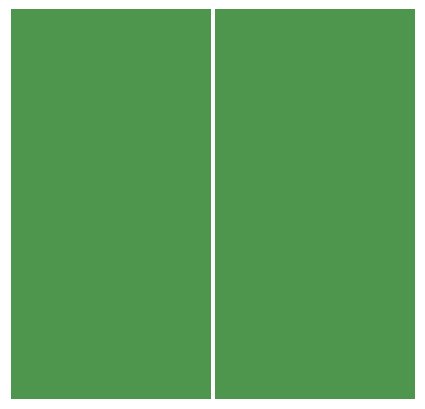
<source format=gbr>
%TF.GenerationSoftware,KiCad,Pcbnew,5.1.6-c6e7f7d~87~ubuntu20.04.1*%
%TF.CreationDate,2021-01-17T18:02:22+02:00*%
%TF.ProjectId,LED_Mount,4c45445f-4d6f-4756-9e74-2e6b69636164,rev?*%
%TF.SameCoordinates,Original*%
%TF.FileFunction,Copper,L2,Bot*%
%TF.FilePolarity,Positive*%
%FSLAX46Y46*%
G04 Gerber Fmt 4.6, Leading zero omitted, Abs format (unit mm)*
G04 Created by KiCad (PCBNEW 5.1.6-c6e7f7d~87~ubuntu20.04.1) date 2021-01-17 18:02:22*
%MOMM*%
%LPD*%
G01*
G04 APERTURE LIST*
%TA.AperFunction,SMDPad,CuDef*%
%ADD10R,17.000000X33.000000*%
%TD*%
%TA.AperFunction,ViaPad*%
%ADD11C,0.500000*%
%TD*%
G04 APERTURE END LIST*
D10*
%TO.P,D2,2*%
%TO.N,Anode*%
X126100000Y-67400000D03*
%TO.P,D2,1*%
%TO.N,Cathode*%
X108800000Y-67400000D03*
%TD*%
D11*
%TO.N,Cathode*%
X100700000Y-51300000D03*
X101400000Y-51300000D03*
X102100000Y-51300000D03*
X102800000Y-51300000D03*
X103500000Y-51300000D03*
X104200000Y-51300000D03*
X104900000Y-51300000D03*
X105600000Y-51300000D03*
X106300000Y-51300000D03*
X107000000Y-51300000D03*
X107700000Y-51300000D03*
X108400000Y-51300000D03*
X109100000Y-51300000D03*
X109800000Y-51300000D03*
X110500000Y-51300000D03*
X111200000Y-51300000D03*
X111900000Y-51300000D03*
X112600000Y-51300000D03*
X113300000Y-51300000D03*
X114000000Y-51300000D03*
X114700000Y-51300000D03*
X115400000Y-51300000D03*
X116100000Y-51300000D03*
X116800000Y-51300000D03*
%TO.N,Anode*%
X118200000Y-51300000D03*
X118900000Y-51300000D03*
X119600000Y-51300000D03*
X120300000Y-51300000D03*
X121000000Y-51300000D03*
X121700000Y-51300000D03*
X122400000Y-51300000D03*
X123100000Y-51300000D03*
X123800000Y-51300000D03*
X124500000Y-51300000D03*
X125200000Y-51300000D03*
X125900000Y-51300000D03*
X126600000Y-51300000D03*
X127300000Y-51300000D03*
X128000000Y-51300000D03*
X128700000Y-51300000D03*
X129400000Y-51300000D03*
X130100000Y-51300000D03*
X130800000Y-51300000D03*
X131500000Y-51300000D03*
X132200000Y-51300000D03*
X132900000Y-51300000D03*
X133600000Y-51300000D03*
X134300000Y-51300000D03*
%TO.N,Cathode*%
X100700000Y-52000000D03*
X101400000Y-52000000D03*
X102100000Y-52000000D03*
X102800000Y-52000000D03*
X103500000Y-52000000D03*
X104200000Y-52000000D03*
X104900000Y-52000000D03*
X105600000Y-52000000D03*
X106300000Y-52000000D03*
X107000000Y-52000000D03*
X107700000Y-52000000D03*
X108400000Y-52000000D03*
X109100000Y-52000000D03*
X109800000Y-52000000D03*
X110500000Y-52000000D03*
X111200000Y-52000000D03*
X111900000Y-52000000D03*
X112600000Y-52000000D03*
X113300000Y-52000000D03*
X114000000Y-52000000D03*
X114700000Y-52000000D03*
X115400000Y-52000000D03*
X116100000Y-52000000D03*
X116800000Y-52000000D03*
%TO.N,Anode*%
X118200000Y-52000000D03*
X118900000Y-52000000D03*
X119600000Y-52000000D03*
X120300000Y-52000000D03*
X121000000Y-52000000D03*
X121700000Y-52000000D03*
X122400000Y-52000000D03*
X123100000Y-52000000D03*
X123800000Y-52000000D03*
X124500000Y-52000000D03*
X125200000Y-52000000D03*
X125900000Y-52000000D03*
X126600000Y-52000000D03*
X127300000Y-52000000D03*
X128000000Y-52000000D03*
X128700000Y-52000000D03*
X129400000Y-52000000D03*
X130100000Y-52000000D03*
X130800000Y-52000000D03*
X131500000Y-52000000D03*
X132200000Y-52000000D03*
X132900000Y-52000000D03*
X133600000Y-52000000D03*
X134300000Y-52000000D03*
%TO.N,Cathode*%
X100700000Y-52700000D03*
X101400000Y-52700000D03*
X102100000Y-52700000D03*
X102800000Y-52700000D03*
X103500000Y-52700000D03*
X104200000Y-52700000D03*
X104900000Y-52700000D03*
X105600000Y-52700000D03*
X106300000Y-52700000D03*
X107000000Y-52700000D03*
X107700000Y-52700000D03*
X108400000Y-52700000D03*
X109100000Y-52700000D03*
X109800000Y-52700000D03*
X110500000Y-52700000D03*
X111200000Y-52700000D03*
X111900000Y-52700000D03*
X112600000Y-52700000D03*
X113300000Y-52700000D03*
X114000000Y-52700000D03*
X114700000Y-52700000D03*
X115400000Y-52700000D03*
X116100000Y-52700000D03*
X116800000Y-52700000D03*
%TO.N,Anode*%
X118200000Y-52700000D03*
X118900000Y-52700000D03*
X119600000Y-52700000D03*
X120300000Y-52700000D03*
X121000000Y-52700000D03*
X121700000Y-52700000D03*
X122400000Y-52700000D03*
X123100000Y-52700000D03*
X123800000Y-52700000D03*
X124500000Y-52700000D03*
X125200000Y-52700000D03*
X125900000Y-52700000D03*
X126600000Y-52700000D03*
X127300000Y-52700000D03*
X128000000Y-52700000D03*
X128700000Y-52700000D03*
X129400000Y-52700000D03*
X130100000Y-52700000D03*
X130800000Y-52700000D03*
X131500000Y-52700000D03*
X132200000Y-52700000D03*
X132900000Y-52700000D03*
X133600000Y-52700000D03*
X134300000Y-52700000D03*
%TO.N,Cathode*%
X100700000Y-53400000D03*
X101400000Y-53400000D03*
X102100000Y-53400000D03*
X102800000Y-53400000D03*
X103500000Y-53400000D03*
X104200000Y-53400000D03*
X104900000Y-53400000D03*
X105600000Y-53400000D03*
X106300000Y-53400000D03*
X107000000Y-53400000D03*
X107700000Y-53400000D03*
X108400000Y-53400000D03*
X109100000Y-53400000D03*
X109800000Y-53400000D03*
X110500000Y-53400000D03*
X111200000Y-53400000D03*
X111900000Y-53400000D03*
X112600000Y-53400000D03*
X113300000Y-53400000D03*
X114000000Y-53400000D03*
X114700000Y-53400000D03*
X115400000Y-53400000D03*
X116100000Y-53400000D03*
X116800000Y-53400000D03*
%TO.N,Anode*%
X118200000Y-53400000D03*
X118900000Y-53400000D03*
X119600000Y-53400000D03*
X120300000Y-53400000D03*
X121000000Y-53400000D03*
X121700000Y-53400000D03*
X122400000Y-53400000D03*
X123100000Y-53400000D03*
X123800000Y-53400000D03*
X124500000Y-53400000D03*
X125200000Y-53400000D03*
X125900000Y-53400000D03*
X126600000Y-53400000D03*
X127300000Y-53400000D03*
X128000000Y-53400000D03*
X128700000Y-53400000D03*
X129400000Y-53400000D03*
X130100000Y-53400000D03*
X130800000Y-53400000D03*
X131500000Y-53400000D03*
X132200000Y-53400000D03*
X132900000Y-53400000D03*
X133600000Y-53400000D03*
X134300000Y-53400000D03*
%TO.N,Cathode*%
X100700000Y-54100000D03*
X101400000Y-54100000D03*
X102100000Y-54100000D03*
X102800000Y-54100000D03*
X103500000Y-54100000D03*
X104200000Y-54100000D03*
X104900000Y-54100000D03*
X105600000Y-54100000D03*
X106300000Y-54100000D03*
X107000000Y-54100000D03*
X107700000Y-54100000D03*
X108400000Y-54100000D03*
X109100000Y-54100000D03*
X109800000Y-54100000D03*
X110500000Y-54100000D03*
X111200000Y-54100000D03*
X111900000Y-54100000D03*
X112600000Y-54100000D03*
X113300000Y-54100000D03*
X114000000Y-54100000D03*
X114700000Y-54100000D03*
X115400000Y-54100000D03*
X116100000Y-54100000D03*
X116800000Y-54100000D03*
%TO.N,Anode*%
X118200000Y-54100000D03*
X118900000Y-54100000D03*
X119600000Y-54100000D03*
X120300000Y-54100000D03*
X121000000Y-54100000D03*
X121700000Y-54100000D03*
X122400000Y-54100000D03*
X123100000Y-54100000D03*
X123800000Y-54100000D03*
X124500000Y-54100000D03*
X125200000Y-54100000D03*
X125900000Y-54100000D03*
X126600000Y-54100000D03*
X127300000Y-54100000D03*
X128000000Y-54100000D03*
X128700000Y-54100000D03*
X129400000Y-54100000D03*
X130100000Y-54100000D03*
X130800000Y-54100000D03*
X131500000Y-54100000D03*
X132200000Y-54100000D03*
X132900000Y-54100000D03*
X133600000Y-54100000D03*
X134300000Y-54100000D03*
%TO.N,Cathode*%
X100700000Y-54800000D03*
X101400000Y-54800000D03*
X102100000Y-54800000D03*
X102800000Y-54800000D03*
X103500000Y-54800000D03*
X104200000Y-54800000D03*
X104900000Y-54800000D03*
X105600000Y-54800000D03*
X106300000Y-54800000D03*
X107000000Y-54800000D03*
X107700000Y-54800000D03*
X108400000Y-54800000D03*
X109100000Y-54800000D03*
X109800000Y-54800000D03*
X110500000Y-54800000D03*
X111200000Y-54800000D03*
X111900000Y-54800000D03*
X112600000Y-54800000D03*
X113300000Y-54800000D03*
X114000000Y-54800000D03*
X114700000Y-54800000D03*
X115400000Y-54800000D03*
X116100000Y-54800000D03*
X116800000Y-54800000D03*
%TO.N,Anode*%
X118200000Y-54800000D03*
X118900000Y-54800000D03*
X119600000Y-54800000D03*
X120300000Y-54800000D03*
X121000000Y-54800000D03*
X121700000Y-54800000D03*
X122400000Y-54800000D03*
X123100000Y-54800000D03*
X123800000Y-54800000D03*
X124500000Y-54800000D03*
X125200000Y-54800000D03*
X125900000Y-54800000D03*
X126600000Y-54800000D03*
X127300000Y-54800000D03*
X128000000Y-54800000D03*
X128700000Y-54800000D03*
X129400000Y-54800000D03*
X130100000Y-54800000D03*
X130800000Y-54800000D03*
X131500000Y-54800000D03*
X132200000Y-54800000D03*
X132900000Y-54800000D03*
X133600000Y-54800000D03*
X134300000Y-54800000D03*
%TO.N,Cathode*%
X100700000Y-55500000D03*
X101400000Y-55500000D03*
X102100000Y-55500000D03*
X102800000Y-55500000D03*
X103500000Y-55500000D03*
X104200000Y-55500000D03*
X104900000Y-55500000D03*
X105600000Y-55500000D03*
X106300000Y-55500000D03*
X107000000Y-55500000D03*
X107700000Y-55500000D03*
X108400000Y-55500000D03*
X109100000Y-55500000D03*
X109800000Y-55500000D03*
X110500000Y-55500000D03*
X111200000Y-55500000D03*
X111900000Y-55500000D03*
X112600000Y-55500000D03*
X113300000Y-55500000D03*
X114000000Y-55500000D03*
X114700000Y-55500000D03*
X115400000Y-55500000D03*
X116100000Y-55500000D03*
X116800000Y-55500000D03*
%TO.N,Anode*%
X118200000Y-55500000D03*
X118900000Y-55500000D03*
X119600000Y-55500000D03*
X120300000Y-55500000D03*
X121000000Y-55500000D03*
X121700000Y-55500000D03*
X122400000Y-55500000D03*
X123100000Y-55500000D03*
X123800000Y-55500000D03*
X124500000Y-55500000D03*
X125200000Y-55500000D03*
X125900000Y-55500000D03*
X126600000Y-55500000D03*
X127300000Y-55500000D03*
X128000000Y-55500000D03*
X128700000Y-55500000D03*
X129400000Y-55500000D03*
X130100000Y-55500000D03*
X130800000Y-55500000D03*
X131500000Y-55500000D03*
X132200000Y-55500000D03*
X132900000Y-55500000D03*
X133600000Y-55500000D03*
X134300000Y-55500000D03*
%TO.N,Cathode*%
X100700000Y-56200000D03*
X101400000Y-56200000D03*
X102100000Y-56200000D03*
X102800000Y-56200000D03*
X103500000Y-56200000D03*
X104200000Y-56200000D03*
X104900000Y-56200000D03*
X105600000Y-56200000D03*
X106300000Y-56200000D03*
X107000000Y-56200000D03*
X107700000Y-56200000D03*
X108400000Y-56200000D03*
X109100000Y-56200000D03*
X109800000Y-56200000D03*
X110500000Y-56200000D03*
X111200000Y-56200000D03*
X111900000Y-56200000D03*
X112600000Y-56200000D03*
X113300000Y-56200000D03*
X114000000Y-56200000D03*
X114700000Y-56200000D03*
X115400000Y-56200000D03*
X116100000Y-56200000D03*
X116800000Y-56200000D03*
%TO.N,Anode*%
X118200000Y-56200000D03*
X118900000Y-56200000D03*
X119600000Y-56200000D03*
X120300000Y-56200000D03*
X121000000Y-56200000D03*
X121700000Y-56200000D03*
X122400000Y-56200000D03*
X123100000Y-56200000D03*
X123800000Y-56200000D03*
X124500000Y-56200000D03*
X125200000Y-56200000D03*
X125900000Y-56200000D03*
X126600000Y-56200000D03*
X127300000Y-56200000D03*
X128000000Y-56200000D03*
X128700000Y-56200000D03*
X129400000Y-56200000D03*
X130100000Y-56200000D03*
X130800000Y-56200000D03*
X131500000Y-56200000D03*
X132200000Y-56200000D03*
X132900000Y-56200000D03*
X133600000Y-56200000D03*
X134300000Y-56200000D03*
%TO.N,Cathode*%
X100700000Y-56900000D03*
X101400000Y-56900000D03*
X102100000Y-56900000D03*
X102800000Y-56900000D03*
X103500000Y-56900000D03*
X104200000Y-56900000D03*
X104900000Y-56900000D03*
X105600000Y-56900000D03*
X106300000Y-56900000D03*
X107000000Y-56900000D03*
X107700000Y-56900000D03*
X108400000Y-56900000D03*
X109100000Y-56900000D03*
X109800000Y-56900000D03*
X110500000Y-56900000D03*
X111200000Y-56900000D03*
X111900000Y-56900000D03*
X112600000Y-56900000D03*
X113300000Y-56900000D03*
X114000000Y-56900000D03*
X114700000Y-56900000D03*
X115400000Y-56900000D03*
X116100000Y-56900000D03*
X116800000Y-56900000D03*
%TO.N,Anode*%
X118200000Y-56900000D03*
X118900000Y-56900000D03*
X119600000Y-56900000D03*
X120300000Y-56900000D03*
X121000000Y-56900000D03*
X121700000Y-56900000D03*
X122400000Y-56900000D03*
X123100000Y-56900000D03*
X123800000Y-56900000D03*
X124500000Y-56900000D03*
X125200000Y-56900000D03*
X125900000Y-56900000D03*
X126600000Y-56900000D03*
X127300000Y-56900000D03*
X128000000Y-56900000D03*
X128700000Y-56900000D03*
X129400000Y-56900000D03*
X130100000Y-56900000D03*
X130800000Y-56900000D03*
X131500000Y-56900000D03*
X132200000Y-56900000D03*
X132900000Y-56900000D03*
X133600000Y-56900000D03*
X134300000Y-56900000D03*
%TO.N,Cathode*%
X100700000Y-57600000D03*
X101400000Y-57600000D03*
X102100000Y-57600000D03*
X102800000Y-57600000D03*
X103500000Y-57600000D03*
X104200000Y-57600000D03*
X104900000Y-57600000D03*
X105600000Y-57600000D03*
X106300000Y-57600000D03*
X107000000Y-57600000D03*
X107700000Y-57600000D03*
X108400000Y-57600000D03*
X109100000Y-57600000D03*
X109800000Y-57600000D03*
X110500000Y-57600000D03*
X111200000Y-57600000D03*
X111900000Y-57600000D03*
X112600000Y-57600000D03*
X113300000Y-57600000D03*
X114000000Y-57600000D03*
X114700000Y-57600000D03*
X115400000Y-57600000D03*
X116100000Y-57600000D03*
X116800000Y-57600000D03*
%TO.N,Anode*%
X118200000Y-57600000D03*
X118900000Y-57600000D03*
X119600000Y-57600000D03*
X120300000Y-57600000D03*
X121000000Y-57600000D03*
X121700000Y-57600000D03*
X122400000Y-57600000D03*
X123100000Y-57600000D03*
X123800000Y-57600000D03*
X124500000Y-57600000D03*
X125200000Y-57600000D03*
X125900000Y-57600000D03*
X126600000Y-57600000D03*
X127300000Y-57600000D03*
X128000000Y-57600000D03*
X128700000Y-57600000D03*
X129400000Y-57600000D03*
X130100000Y-57600000D03*
X130800000Y-57600000D03*
X131500000Y-57600000D03*
X132200000Y-57600000D03*
X132900000Y-57600000D03*
X133600000Y-57600000D03*
X134300000Y-57600000D03*
%TO.N,Cathode*%
X100700000Y-58300000D03*
X101400000Y-58300000D03*
X102100000Y-58300000D03*
X102800000Y-58300000D03*
X103500000Y-58300000D03*
X104200000Y-58300000D03*
X104900000Y-58300000D03*
X105600000Y-58300000D03*
X106300000Y-58300000D03*
X107000000Y-58300000D03*
X107700000Y-58300000D03*
X108400000Y-58300000D03*
X109100000Y-58300000D03*
X109800000Y-58300000D03*
X110500000Y-58300000D03*
X111200000Y-58300000D03*
X111900000Y-58300000D03*
X112600000Y-58300000D03*
X113300000Y-58300000D03*
X114000000Y-58300000D03*
X114700000Y-58300000D03*
X115400000Y-58300000D03*
X116100000Y-58300000D03*
X116800000Y-58300000D03*
%TO.N,Anode*%
X118200000Y-58300000D03*
X118900000Y-58300000D03*
X119600000Y-58300000D03*
X120300000Y-58300000D03*
X121000000Y-58300000D03*
X121700000Y-58300000D03*
X122400000Y-58300000D03*
X123100000Y-58300000D03*
X123800000Y-58300000D03*
X124500000Y-58300000D03*
X125200000Y-58300000D03*
X125900000Y-58300000D03*
X126600000Y-58300000D03*
X127300000Y-58300000D03*
X128000000Y-58300000D03*
X128700000Y-58300000D03*
X129400000Y-58300000D03*
X130100000Y-58300000D03*
X130800000Y-58300000D03*
X131500000Y-58300000D03*
X132200000Y-58300000D03*
X132900000Y-58300000D03*
X133600000Y-58300000D03*
X134300000Y-58300000D03*
%TO.N,Cathode*%
X100700000Y-59000000D03*
X101400000Y-59000000D03*
X102100000Y-59000000D03*
X102800000Y-59000000D03*
X103500000Y-59000000D03*
X104200000Y-59000000D03*
X104900000Y-59000000D03*
X105600000Y-59000000D03*
X106300000Y-59000000D03*
X107000000Y-59000000D03*
X107700000Y-59000000D03*
X108400000Y-59000000D03*
X109100000Y-59000000D03*
X109800000Y-59000000D03*
X110500000Y-59000000D03*
X111200000Y-59000000D03*
X111900000Y-59000000D03*
X112600000Y-59000000D03*
X113300000Y-59000000D03*
X114000000Y-59000000D03*
X114700000Y-59000000D03*
X115400000Y-59000000D03*
X116100000Y-59000000D03*
X116800000Y-59000000D03*
%TO.N,Anode*%
X118200000Y-59000000D03*
X118900000Y-59000000D03*
X119600000Y-59000000D03*
X120300000Y-59000000D03*
X121000000Y-59000000D03*
X121700000Y-59000000D03*
X122400000Y-59000000D03*
X123100000Y-59000000D03*
X123800000Y-59000000D03*
X124500000Y-59000000D03*
X125200000Y-59000000D03*
X125900000Y-59000000D03*
X126600000Y-59000000D03*
X127300000Y-59000000D03*
X128000000Y-59000000D03*
X128700000Y-59000000D03*
X129400000Y-59000000D03*
X130100000Y-59000000D03*
X130800000Y-59000000D03*
X131500000Y-59000000D03*
X132200000Y-59000000D03*
X132900000Y-59000000D03*
X133600000Y-59000000D03*
X134300000Y-59000000D03*
%TO.N,Cathode*%
X100700000Y-59700000D03*
X101400000Y-59700000D03*
X102100000Y-59700000D03*
X102800000Y-59700000D03*
X103500000Y-59700000D03*
X104200000Y-59700000D03*
X104900000Y-59700000D03*
X105600000Y-59700000D03*
X106300000Y-59700000D03*
X107000000Y-59700000D03*
X107700000Y-59700000D03*
X108400000Y-59700000D03*
X109100000Y-59700000D03*
X109800000Y-59700000D03*
X110500000Y-59700000D03*
X111200000Y-59700000D03*
X111900000Y-59700000D03*
X112600000Y-59700000D03*
X113300000Y-59700000D03*
X114000000Y-59700000D03*
X114700000Y-59700000D03*
X115400000Y-59700000D03*
X116100000Y-59700000D03*
X116800000Y-59700000D03*
%TO.N,Anode*%
X118200000Y-59700000D03*
X118900000Y-59700000D03*
X119600000Y-59700000D03*
X120300000Y-59700000D03*
X121000000Y-59700000D03*
X121700000Y-59700000D03*
X122400000Y-59700000D03*
X123100000Y-59700000D03*
X123800000Y-59700000D03*
X124500000Y-59700000D03*
X125200000Y-59700000D03*
X125900000Y-59700000D03*
X126600000Y-59700000D03*
X127300000Y-59700000D03*
X128000000Y-59700000D03*
X128700000Y-59700000D03*
X129400000Y-59700000D03*
X130100000Y-59700000D03*
X130800000Y-59700000D03*
X131500000Y-59700000D03*
X132200000Y-59700000D03*
X132900000Y-59700000D03*
X133600000Y-59700000D03*
X134300000Y-59700000D03*
%TO.N,Cathode*%
X100700000Y-60400000D03*
X101400000Y-60400000D03*
X102100000Y-60400000D03*
X102800000Y-60400000D03*
X103500000Y-60400000D03*
X104200000Y-60400000D03*
X104900000Y-60400000D03*
X105600000Y-60400000D03*
X106300000Y-60400000D03*
X107000000Y-60400000D03*
X107700000Y-60400000D03*
X108400000Y-60400000D03*
X109100000Y-60400000D03*
X109800000Y-60400000D03*
X110500000Y-60400000D03*
X111200000Y-60400000D03*
X111900000Y-60400000D03*
X112600000Y-60400000D03*
X113300000Y-60400000D03*
X114000000Y-60400000D03*
X114700000Y-60400000D03*
X115400000Y-60400000D03*
X116100000Y-60400000D03*
X116800000Y-60400000D03*
%TO.N,Anode*%
X118200000Y-60400000D03*
X118900000Y-60400000D03*
X119600000Y-60400000D03*
X120300000Y-60400000D03*
X121000000Y-60400000D03*
X121700000Y-60400000D03*
X122400000Y-60400000D03*
X123100000Y-60400000D03*
X123800000Y-60400000D03*
X124500000Y-60400000D03*
X125200000Y-60400000D03*
X125900000Y-60400000D03*
X126600000Y-60400000D03*
X127300000Y-60400000D03*
X128000000Y-60400000D03*
X128700000Y-60400000D03*
X129400000Y-60400000D03*
X130100000Y-60400000D03*
X130800000Y-60400000D03*
X131500000Y-60400000D03*
X132200000Y-60400000D03*
X132900000Y-60400000D03*
X133600000Y-60400000D03*
X134300000Y-60400000D03*
%TO.N,Cathode*%
X100700000Y-61100000D03*
X101400000Y-61100000D03*
X102100000Y-61100000D03*
X102800000Y-61100000D03*
X103500000Y-61100000D03*
X104200000Y-61100000D03*
X104900000Y-61100000D03*
X105600000Y-61100000D03*
X106300000Y-61100000D03*
X107000000Y-61100000D03*
X107700000Y-61100000D03*
X108400000Y-61100000D03*
X109100000Y-61100000D03*
X109800000Y-61100000D03*
X110500000Y-61100000D03*
X111200000Y-61100000D03*
X111900000Y-61100000D03*
X112600000Y-61100000D03*
X113300000Y-61100000D03*
X114000000Y-61100000D03*
X114700000Y-61100000D03*
X115400000Y-61100000D03*
X116100000Y-61100000D03*
X116800000Y-61100000D03*
%TO.N,Anode*%
X118200000Y-61100000D03*
X118900000Y-61100000D03*
X119600000Y-61100000D03*
X120300000Y-61100000D03*
X121000000Y-61100000D03*
X121700000Y-61100000D03*
X122400000Y-61100000D03*
X123100000Y-61100000D03*
X123800000Y-61100000D03*
X124500000Y-61100000D03*
X125200000Y-61100000D03*
X125900000Y-61100000D03*
X126600000Y-61100000D03*
X127300000Y-61100000D03*
X128000000Y-61100000D03*
X128700000Y-61100000D03*
X129400000Y-61100000D03*
X130100000Y-61100000D03*
X130800000Y-61100000D03*
X131500000Y-61100000D03*
X132200000Y-61100000D03*
X132900000Y-61100000D03*
X133600000Y-61100000D03*
X134300000Y-61100000D03*
%TO.N,Cathode*%
X100700000Y-61800000D03*
X101400000Y-61800000D03*
X102100000Y-61800000D03*
X102800000Y-61800000D03*
X103500000Y-61800000D03*
X104200000Y-61800000D03*
X104900000Y-61800000D03*
X105600000Y-61800000D03*
X106300000Y-61800000D03*
X107000000Y-61800000D03*
X107700000Y-61800000D03*
X108400000Y-61800000D03*
X109100000Y-61800000D03*
X109800000Y-61800000D03*
X110500000Y-61800000D03*
X111200000Y-61800000D03*
X111900000Y-61800000D03*
X112600000Y-61800000D03*
X113300000Y-61800000D03*
X114000000Y-61800000D03*
X114700000Y-61800000D03*
X115400000Y-61800000D03*
X116100000Y-61800000D03*
X116800000Y-61800000D03*
%TO.N,Anode*%
X118200000Y-61800000D03*
X118900000Y-61800000D03*
X119600000Y-61800000D03*
X120300000Y-61800000D03*
X121000000Y-61800000D03*
X121700000Y-61800000D03*
X122400000Y-61800000D03*
X123100000Y-61800000D03*
X123800000Y-61800000D03*
X124500000Y-61800000D03*
X125200000Y-61800000D03*
X125900000Y-61800000D03*
X126600000Y-61800000D03*
X127300000Y-61800000D03*
X128000000Y-61800000D03*
X128700000Y-61800000D03*
X129400000Y-61800000D03*
X130100000Y-61800000D03*
X130800000Y-61800000D03*
X131500000Y-61800000D03*
X132200000Y-61800000D03*
X132900000Y-61800000D03*
X133600000Y-61800000D03*
X134300000Y-61800000D03*
%TO.N,Cathode*%
X100700000Y-62500000D03*
X101400000Y-62500000D03*
X102100000Y-62500000D03*
X102800000Y-62500000D03*
X103500000Y-62500000D03*
X104200000Y-62500000D03*
X104900000Y-62500000D03*
X105600000Y-62500000D03*
X106300000Y-62500000D03*
X107000000Y-62500000D03*
X107700000Y-62500000D03*
X108400000Y-62500000D03*
X109100000Y-62500000D03*
X109800000Y-62500000D03*
X110500000Y-62500000D03*
X111200000Y-62500000D03*
X111900000Y-62500000D03*
X112600000Y-62500000D03*
X113300000Y-62500000D03*
X114000000Y-62500000D03*
X114700000Y-62500000D03*
X115400000Y-62500000D03*
X116100000Y-62500000D03*
X116800000Y-62500000D03*
%TO.N,Anode*%
X118200000Y-62500000D03*
X118900000Y-62500000D03*
X119600000Y-62500000D03*
X120300000Y-62500000D03*
X121000000Y-62500000D03*
X121700000Y-62500000D03*
X122400000Y-62500000D03*
X123100000Y-62500000D03*
X123800000Y-62500000D03*
X124500000Y-62500000D03*
X125200000Y-62500000D03*
X125900000Y-62500000D03*
X126600000Y-62500000D03*
X127300000Y-62500000D03*
X128000000Y-62500000D03*
X128700000Y-62500000D03*
X129400000Y-62500000D03*
X130100000Y-62500000D03*
X130800000Y-62500000D03*
X131500000Y-62500000D03*
X132200000Y-62500000D03*
X132900000Y-62500000D03*
X133600000Y-62500000D03*
X134300000Y-62500000D03*
%TO.N,Cathode*%
X100700000Y-63200000D03*
X101400000Y-63200000D03*
X102100000Y-63200000D03*
X102800000Y-63200000D03*
X103500000Y-63200000D03*
X104200000Y-63200000D03*
X104900000Y-63200000D03*
X105600000Y-63200000D03*
X106300000Y-63200000D03*
X107000000Y-63200000D03*
X107700000Y-63200000D03*
X108400000Y-63200000D03*
X109100000Y-63200000D03*
X109800000Y-63200000D03*
X110500000Y-63200000D03*
X111200000Y-63200000D03*
X111900000Y-63200000D03*
X112600000Y-63200000D03*
X113300000Y-63200000D03*
X114000000Y-63200000D03*
X114700000Y-63200000D03*
X115400000Y-63200000D03*
X116100000Y-63200000D03*
X116800000Y-63200000D03*
%TO.N,Anode*%
X118200000Y-63200000D03*
X118900000Y-63200000D03*
X119600000Y-63200000D03*
X120300000Y-63200000D03*
X121000000Y-63200000D03*
X121700000Y-63200000D03*
X122400000Y-63200000D03*
X123100000Y-63200000D03*
X123800000Y-63200000D03*
X124500000Y-63200000D03*
X125200000Y-63200000D03*
X125900000Y-63200000D03*
X126600000Y-63200000D03*
X127300000Y-63200000D03*
X128000000Y-63200000D03*
X128700000Y-63200000D03*
X129400000Y-63200000D03*
X130100000Y-63200000D03*
X130800000Y-63200000D03*
X131500000Y-63200000D03*
X132200000Y-63200000D03*
X132900000Y-63200000D03*
X133600000Y-63200000D03*
X134300000Y-63200000D03*
%TO.N,Cathode*%
X100700000Y-63900000D03*
X101400000Y-63900000D03*
X102100000Y-63900000D03*
X102800000Y-63900000D03*
X103500000Y-63900000D03*
X104200000Y-63900000D03*
X104900000Y-63900000D03*
X105600000Y-63900000D03*
X106300000Y-63900000D03*
X107000000Y-63900000D03*
X107700000Y-63900000D03*
X108400000Y-63900000D03*
X109100000Y-63900000D03*
X109800000Y-63900000D03*
X110500000Y-63900000D03*
X111200000Y-63900000D03*
X111900000Y-63900000D03*
X112600000Y-63900000D03*
X113300000Y-63900000D03*
X114000000Y-63900000D03*
X114700000Y-63900000D03*
X115400000Y-63900000D03*
X116100000Y-63900000D03*
X116800000Y-63900000D03*
%TO.N,Anode*%
X118200000Y-63900000D03*
X118900000Y-63900000D03*
X119600000Y-63900000D03*
X120300000Y-63900000D03*
X121000000Y-63900000D03*
X121700000Y-63900000D03*
X122400000Y-63900000D03*
X123100000Y-63900000D03*
X123800000Y-63900000D03*
X124500000Y-63900000D03*
X125200000Y-63900000D03*
X125900000Y-63900000D03*
X126600000Y-63900000D03*
X127300000Y-63900000D03*
X128000000Y-63900000D03*
X128700000Y-63900000D03*
X129400000Y-63900000D03*
X130100000Y-63900000D03*
X130800000Y-63900000D03*
X131500000Y-63900000D03*
X132200000Y-63900000D03*
X132900000Y-63900000D03*
X133600000Y-63900000D03*
X134300000Y-63900000D03*
%TO.N,Cathode*%
X100700000Y-64600000D03*
X101400000Y-64600000D03*
X102100000Y-64600000D03*
X102800000Y-64600000D03*
X103500000Y-64600000D03*
X104200000Y-64600000D03*
X104900000Y-64600000D03*
X105600000Y-64600000D03*
X106300000Y-64600000D03*
X107000000Y-64600000D03*
X107700000Y-64600000D03*
X108400000Y-64600000D03*
X109100000Y-64600000D03*
X109800000Y-64600000D03*
X110500000Y-64600000D03*
X111200000Y-64600000D03*
X111900000Y-64600000D03*
X112600000Y-64600000D03*
X113300000Y-64600000D03*
X114000000Y-64600000D03*
X114700000Y-64600000D03*
X115400000Y-64600000D03*
X116100000Y-64600000D03*
X116800000Y-64600000D03*
%TO.N,Anode*%
X118200000Y-64600000D03*
X118900000Y-64600000D03*
X119600000Y-64600000D03*
X120300000Y-64600000D03*
X121000000Y-64600000D03*
X121700000Y-64600000D03*
X122400000Y-64600000D03*
X123100000Y-64600000D03*
X123800000Y-64600000D03*
X124500000Y-64600000D03*
X125200000Y-64600000D03*
X125900000Y-64600000D03*
X126600000Y-64600000D03*
X127300000Y-64600000D03*
X128000000Y-64600000D03*
X128700000Y-64600000D03*
X129400000Y-64600000D03*
X130100000Y-64600000D03*
X130800000Y-64600000D03*
X131500000Y-64600000D03*
X132200000Y-64600000D03*
X132900000Y-64600000D03*
X133600000Y-64600000D03*
X134300000Y-64600000D03*
%TO.N,Cathode*%
X100700000Y-65300000D03*
X101400000Y-65300000D03*
X102100000Y-65300000D03*
X102800000Y-65300000D03*
X103500000Y-65300000D03*
X104200000Y-65300000D03*
X104900000Y-65300000D03*
X105600000Y-65300000D03*
X106300000Y-65300000D03*
X107000000Y-65300000D03*
X107700000Y-65300000D03*
X108400000Y-65300000D03*
X109100000Y-65300000D03*
X109800000Y-65300000D03*
X110500000Y-65300000D03*
X111200000Y-65300000D03*
X111900000Y-65300000D03*
X112600000Y-65300000D03*
X113300000Y-65300000D03*
X114000000Y-65300000D03*
X114700000Y-65300000D03*
X115400000Y-65300000D03*
X116100000Y-65300000D03*
X116800000Y-65300000D03*
%TO.N,Anode*%
X118200000Y-65300000D03*
X118900000Y-65300000D03*
X119600000Y-65300000D03*
X120300000Y-65300000D03*
X121000000Y-65300000D03*
X121700000Y-65300000D03*
X122400000Y-65300000D03*
X123100000Y-65300000D03*
X123800000Y-65300000D03*
X124500000Y-65300000D03*
X125200000Y-65300000D03*
X125900000Y-65300000D03*
X126600000Y-65300000D03*
X127300000Y-65300000D03*
X128000000Y-65300000D03*
X128700000Y-65300000D03*
X129400000Y-65300000D03*
X130100000Y-65300000D03*
X130800000Y-65300000D03*
X131500000Y-65300000D03*
X132200000Y-65300000D03*
X132900000Y-65300000D03*
X133600000Y-65300000D03*
X134300000Y-65300000D03*
%TO.N,Cathode*%
X100700000Y-66000000D03*
X101400000Y-66000000D03*
X102100000Y-66000000D03*
X102800000Y-66000000D03*
X103500000Y-66000000D03*
X104200000Y-66000000D03*
X104900000Y-66000000D03*
X105600000Y-66000000D03*
X106300000Y-66000000D03*
X107000000Y-66000000D03*
X107700000Y-66000000D03*
X108400000Y-66000000D03*
X109100000Y-66000000D03*
X109800000Y-66000000D03*
X110500000Y-66000000D03*
X111200000Y-66000000D03*
X111900000Y-66000000D03*
X112600000Y-66000000D03*
X113300000Y-66000000D03*
X114000000Y-66000000D03*
X114700000Y-66000000D03*
X115400000Y-66000000D03*
X116100000Y-66000000D03*
X116800000Y-66000000D03*
%TO.N,Anode*%
X118200000Y-66000000D03*
X118900000Y-66000000D03*
X119600000Y-66000000D03*
X120300000Y-66000000D03*
X121000000Y-66000000D03*
X121700000Y-66000000D03*
X122400000Y-66000000D03*
X123100000Y-66000000D03*
X123800000Y-66000000D03*
X124500000Y-66000000D03*
X125200000Y-66000000D03*
X125900000Y-66000000D03*
X126600000Y-66000000D03*
X127300000Y-66000000D03*
X128000000Y-66000000D03*
X128700000Y-66000000D03*
X129400000Y-66000000D03*
X130100000Y-66000000D03*
X130800000Y-66000000D03*
X131500000Y-66000000D03*
X132200000Y-66000000D03*
X132900000Y-66000000D03*
X133600000Y-66000000D03*
X134300000Y-66000000D03*
%TO.N,Cathode*%
X100700000Y-66700000D03*
X101400000Y-66700000D03*
X102100000Y-66700000D03*
X102800000Y-66700000D03*
X103500000Y-66700000D03*
X104200000Y-66700000D03*
X104900000Y-66700000D03*
X105600000Y-66700000D03*
X106300000Y-66700000D03*
X107000000Y-66700000D03*
X107700000Y-66700000D03*
X108400000Y-66700000D03*
X109100000Y-66700000D03*
X109800000Y-66700000D03*
X110500000Y-66700000D03*
X111200000Y-66700000D03*
X111900000Y-66700000D03*
X112600000Y-66700000D03*
X113300000Y-66700000D03*
X114000000Y-66700000D03*
X114700000Y-66700000D03*
X115400000Y-66700000D03*
X116100000Y-66700000D03*
%TO.N,Anode*%
X118900000Y-66700000D03*
X119600000Y-66700000D03*
X120300000Y-66700000D03*
X121000000Y-66700000D03*
X121700000Y-66700000D03*
X122400000Y-66700000D03*
X123100000Y-66700000D03*
X123800000Y-66700000D03*
X124500000Y-66700000D03*
X125200000Y-66700000D03*
X125900000Y-66700000D03*
X126600000Y-66700000D03*
X127300000Y-66700000D03*
X128000000Y-66700000D03*
X128700000Y-66700000D03*
X129400000Y-66700000D03*
X130100000Y-66700000D03*
X130800000Y-66700000D03*
X131500000Y-66700000D03*
X132200000Y-66700000D03*
X132900000Y-66700000D03*
X133600000Y-66700000D03*
X134300000Y-66700000D03*
%TO.N,Cathode*%
X100700000Y-67400000D03*
X101400000Y-67400000D03*
X102100000Y-67400000D03*
X102800000Y-67400000D03*
X103500000Y-67400000D03*
X104200000Y-67400000D03*
X104900000Y-67400000D03*
X105600000Y-67400000D03*
X106300000Y-67400000D03*
X107000000Y-67400000D03*
X107700000Y-67400000D03*
X108400000Y-67400000D03*
X109100000Y-67400000D03*
X109800000Y-67400000D03*
X110500000Y-67400000D03*
X111200000Y-67400000D03*
X111900000Y-67400000D03*
X112600000Y-67400000D03*
X113300000Y-67400000D03*
X114000000Y-67400000D03*
X114700000Y-67400000D03*
X115400000Y-67400000D03*
X116100000Y-67400000D03*
%TO.N,Anode*%
X118900000Y-67400000D03*
X119600000Y-67400000D03*
X120300000Y-67400000D03*
X121000000Y-67400000D03*
X121700000Y-67400000D03*
X122400000Y-67400000D03*
X123100000Y-67400000D03*
X123800000Y-67400000D03*
X124500000Y-67400000D03*
X125200000Y-67400000D03*
X125900000Y-67400000D03*
X126600000Y-67400000D03*
X127300000Y-67400000D03*
X128000000Y-67400000D03*
X128700000Y-67400000D03*
X129400000Y-67400000D03*
X130100000Y-67400000D03*
X130800000Y-67400000D03*
X131500000Y-67400000D03*
X132200000Y-67400000D03*
X132900000Y-67400000D03*
X133600000Y-67400000D03*
X134300000Y-67400000D03*
%TO.N,Cathode*%
X100700000Y-68100000D03*
X101400000Y-68100000D03*
X102100000Y-68100000D03*
X102800000Y-68100000D03*
X103500000Y-68100000D03*
X104200000Y-68100000D03*
X104900000Y-68100000D03*
X105600000Y-68100000D03*
X106300000Y-68100000D03*
X107000000Y-68100000D03*
X107700000Y-68100000D03*
X108400000Y-68100000D03*
X109100000Y-68100000D03*
X109800000Y-68100000D03*
X110500000Y-68100000D03*
X111200000Y-68100000D03*
X111900000Y-68100000D03*
X112600000Y-68100000D03*
X113300000Y-68100000D03*
X114000000Y-68100000D03*
X114700000Y-68100000D03*
X115400000Y-68100000D03*
X116100000Y-68100000D03*
X116800000Y-68100000D03*
%TO.N,Anode*%
X118200000Y-68100000D03*
X118900000Y-68100000D03*
X119600000Y-68100000D03*
X120300000Y-68100000D03*
X121000000Y-68100000D03*
X121700000Y-68100000D03*
X122400000Y-68100000D03*
X123100000Y-68100000D03*
X123800000Y-68100000D03*
X124500000Y-68100000D03*
X125200000Y-68100000D03*
X125900000Y-68100000D03*
X126600000Y-68100000D03*
X127300000Y-68100000D03*
X128000000Y-68100000D03*
X128700000Y-68100000D03*
X129400000Y-68100000D03*
X130100000Y-68100000D03*
X130800000Y-68100000D03*
X131500000Y-68100000D03*
X132200000Y-68100000D03*
X132900000Y-68100000D03*
X133600000Y-68100000D03*
X134300000Y-68100000D03*
%TO.N,Cathode*%
X100700000Y-68800000D03*
X101400000Y-68800000D03*
X102100000Y-68800000D03*
X102800000Y-68800000D03*
X103500000Y-68800000D03*
X104200000Y-68800000D03*
X104900000Y-68800000D03*
X105600000Y-68800000D03*
X106300000Y-68800000D03*
X107000000Y-68800000D03*
X107700000Y-68800000D03*
X108400000Y-68800000D03*
X109100000Y-68800000D03*
X109800000Y-68800000D03*
X110500000Y-68800000D03*
X111200000Y-68800000D03*
X111900000Y-68800000D03*
X112600000Y-68800000D03*
X113300000Y-68800000D03*
X114000000Y-68800000D03*
X114700000Y-68800000D03*
X115400000Y-68800000D03*
X116100000Y-68800000D03*
X116800000Y-68800000D03*
%TO.N,Anode*%
X118200000Y-68800000D03*
X118900000Y-68800000D03*
X119600000Y-68800000D03*
X120300000Y-68800000D03*
X121000000Y-68800000D03*
X121700000Y-68800000D03*
X122400000Y-68800000D03*
X123100000Y-68800000D03*
X123800000Y-68800000D03*
X124500000Y-68800000D03*
X125200000Y-68800000D03*
X125900000Y-68800000D03*
X126600000Y-68800000D03*
X127300000Y-68800000D03*
X128000000Y-68800000D03*
X128700000Y-68800000D03*
X129400000Y-68800000D03*
X130100000Y-68800000D03*
X130800000Y-68800000D03*
X131500000Y-68800000D03*
X132200000Y-68800000D03*
X132900000Y-68800000D03*
X133600000Y-68800000D03*
X134300000Y-68800000D03*
%TO.N,Cathode*%
X100700000Y-69500000D03*
X101400000Y-69500000D03*
X102100000Y-69500000D03*
X102800000Y-69500000D03*
X103500000Y-69500000D03*
X104200000Y-69500000D03*
X104900000Y-69500000D03*
X105600000Y-69500000D03*
X106300000Y-69500000D03*
X107000000Y-69500000D03*
X107700000Y-69500000D03*
X108400000Y-69500000D03*
X109100000Y-69500000D03*
X109800000Y-69500000D03*
X110500000Y-69500000D03*
X111200000Y-69500000D03*
X111900000Y-69500000D03*
X112600000Y-69500000D03*
X113300000Y-69500000D03*
X114000000Y-69500000D03*
X114700000Y-69500000D03*
X115400000Y-69500000D03*
X116100000Y-69500000D03*
X116800000Y-69500000D03*
%TO.N,Anode*%
X118200000Y-69500000D03*
X118900000Y-69500000D03*
X119600000Y-69500000D03*
X120300000Y-69500000D03*
X121000000Y-69500000D03*
X121700000Y-69500000D03*
X122400000Y-69500000D03*
X123100000Y-69500000D03*
X123800000Y-69500000D03*
X124500000Y-69500000D03*
X125200000Y-69500000D03*
X125900000Y-69500000D03*
X126600000Y-69500000D03*
X127300000Y-69500000D03*
X128000000Y-69500000D03*
X128700000Y-69500000D03*
X129400000Y-69500000D03*
X130100000Y-69500000D03*
X130800000Y-69500000D03*
X131500000Y-69500000D03*
X132200000Y-69500000D03*
X132900000Y-69500000D03*
X133600000Y-69500000D03*
X134300000Y-69500000D03*
%TO.N,Cathode*%
X100700000Y-70200000D03*
X101400000Y-70200000D03*
X102100000Y-70200000D03*
X102800000Y-70200000D03*
X103500000Y-70200000D03*
X104200000Y-70200000D03*
X104900000Y-70200000D03*
X105600000Y-70200000D03*
X106300000Y-70200000D03*
X107000000Y-70200000D03*
X107700000Y-70200000D03*
X108400000Y-70200000D03*
X109100000Y-70200000D03*
X109800000Y-70200000D03*
X110500000Y-70200000D03*
X111200000Y-70200000D03*
X111900000Y-70200000D03*
X112600000Y-70200000D03*
X113300000Y-70200000D03*
X114000000Y-70200000D03*
X114700000Y-70200000D03*
X115400000Y-70200000D03*
X116100000Y-70200000D03*
X116800000Y-70200000D03*
%TO.N,Anode*%
X118200000Y-70200000D03*
X118900000Y-70200000D03*
X119600000Y-70200000D03*
X120300000Y-70200000D03*
X121000000Y-70200000D03*
X121700000Y-70200000D03*
X122400000Y-70200000D03*
X123100000Y-70200000D03*
X123800000Y-70200000D03*
X124500000Y-70200000D03*
X125200000Y-70200000D03*
X125900000Y-70200000D03*
X126600000Y-70200000D03*
X127300000Y-70200000D03*
X128000000Y-70200000D03*
X128700000Y-70200000D03*
X129400000Y-70200000D03*
X130100000Y-70200000D03*
X130800000Y-70200000D03*
X131500000Y-70200000D03*
X132200000Y-70200000D03*
X132900000Y-70200000D03*
X133600000Y-70200000D03*
X134300000Y-70200000D03*
%TO.N,Cathode*%
X100700000Y-70900000D03*
X101400000Y-70900000D03*
X102100000Y-70900000D03*
X102800000Y-70900000D03*
X103500000Y-70900000D03*
X104200000Y-70900000D03*
X104900000Y-70900000D03*
X105600000Y-70900000D03*
X106300000Y-70900000D03*
X107000000Y-70900000D03*
X107700000Y-70900000D03*
X108400000Y-70900000D03*
X109100000Y-70900000D03*
X109800000Y-70900000D03*
X110500000Y-70900000D03*
X111200000Y-70900000D03*
X111900000Y-70900000D03*
X112600000Y-70900000D03*
X113300000Y-70900000D03*
X114000000Y-70900000D03*
X114700000Y-70900000D03*
X115400000Y-70900000D03*
X116100000Y-70900000D03*
X116800000Y-70900000D03*
%TO.N,Anode*%
X118200000Y-70900000D03*
X118900000Y-70900000D03*
X119600000Y-70900000D03*
X120300000Y-70900000D03*
X121000000Y-70900000D03*
X121700000Y-70900000D03*
X122400000Y-70900000D03*
X123100000Y-70900000D03*
X123800000Y-70900000D03*
X124500000Y-70900000D03*
X125200000Y-70900000D03*
X125900000Y-70900000D03*
X126600000Y-70900000D03*
X127300000Y-70900000D03*
X128000000Y-70900000D03*
X128700000Y-70900000D03*
X129400000Y-70900000D03*
X130100000Y-70900000D03*
X130800000Y-70900000D03*
X131500000Y-70900000D03*
X132200000Y-70900000D03*
X132900000Y-70900000D03*
X133600000Y-70900000D03*
X134300000Y-70900000D03*
%TO.N,Cathode*%
X100700000Y-71600000D03*
X101400000Y-71600000D03*
X102100000Y-71600000D03*
X102800000Y-71600000D03*
X103500000Y-71600000D03*
X104200000Y-71600000D03*
X104900000Y-71600000D03*
X105600000Y-71600000D03*
X106300000Y-71600000D03*
X107000000Y-71600000D03*
X107700000Y-71600000D03*
X108400000Y-71600000D03*
X109100000Y-71600000D03*
X109800000Y-71600000D03*
X110500000Y-71600000D03*
X111200000Y-71600000D03*
X111900000Y-71600000D03*
X112600000Y-71600000D03*
X113300000Y-71600000D03*
X114000000Y-71600000D03*
X114700000Y-71600000D03*
X115400000Y-71600000D03*
X116100000Y-71600000D03*
X116800000Y-71600000D03*
%TO.N,Anode*%
X118200000Y-71600000D03*
X118900000Y-71600000D03*
X119600000Y-71600000D03*
X120300000Y-71600000D03*
X121000000Y-71600000D03*
X121700000Y-71600000D03*
X122400000Y-71600000D03*
X123100000Y-71600000D03*
X123800000Y-71600000D03*
X124500000Y-71600000D03*
X125200000Y-71600000D03*
X125900000Y-71600000D03*
X126600000Y-71600000D03*
X127300000Y-71600000D03*
X128000000Y-71600000D03*
X128700000Y-71600000D03*
X129400000Y-71600000D03*
X130100000Y-71600000D03*
X130800000Y-71600000D03*
X131500000Y-71600000D03*
X132200000Y-71600000D03*
X132900000Y-71600000D03*
X133600000Y-71600000D03*
X134300000Y-71600000D03*
%TO.N,Cathode*%
X100700000Y-72300000D03*
X101400000Y-72300000D03*
X102100000Y-72300000D03*
X102800000Y-72300000D03*
X103500000Y-72300000D03*
X104200000Y-72300000D03*
X104900000Y-72300000D03*
X105600000Y-72300000D03*
X106300000Y-72300000D03*
X107000000Y-72300000D03*
X107700000Y-72300000D03*
X108400000Y-72300000D03*
X109100000Y-72300000D03*
X109800000Y-72300000D03*
X110500000Y-72300000D03*
X111200000Y-72300000D03*
X111900000Y-72300000D03*
X112600000Y-72300000D03*
X113300000Y-72300000D03*
X114000000Y-72300000D03*
X114700000Y-72300000D03*
X115400000Y-72300000D03*
X116100000Y-72300000D03*
X116800000Y-72300000D03*
%TO.N,Anode*%
X118200000Y-72300000D03*
X118900000Y-72300000D03*
X119600000Y-72300000D03*
X120300000Y-72300000D03*
X121000000Y-72300000D03*
X121700000Y-72300000D03*
X122400000Y-72300000D03*
X123100000Y-72300000D03*
X123800000Y-72300000D03*
X124500000Y-72300000D03*
X125200000Y-72300000D03*
X125900000Y-72300000D03*
X126600000Y-72300000D03*
X127300000Y-72300000D03*
X128000000Y-72300000D03*
X128700000Y-72300000D03*
X129400000Y-72300000D03*
X130100000Y-72300000D03*
X130800000Y-72300000D03*
X131500000Y-72300000D03*
X132200000Y-72300000D03*
X132900000Y-72300000D03*
X133600000Y-72300000D03*
X134300000Y-72300000D03*
%TO.N,Cathode*%
X100700000Y-73000000D03*
X101400000Y-73000000D03*
X102100000Y-73000000D03*
X102800000Y-73000000D03*
X103500000Y-73000000D03*
X104200000Y-73000000D03*
X104900000Y-73000000D03*
X105600000Y-73000000D03*
X106300000Y-73000000D03*
X107000000Y-73000000D03*
X107700000Y-73000000D03*
X108400000Y-73000000D03*
X109100000Y-73000000D03*
X109800000Y-73000000D03*
X110500000Y-73000000D03*
X111200000Y-73000000D03*
X111900000Y-73000000D03*
X112600000Y-73000000D03*
X113300000Y-73000000D03*
X114000000Y-73000000D03*
X114700000Y-73000000D03*
X115400000Y-73000000D03*
X116100000Y-73000000D03*
X116800000Y-73000000D03*
%TO.N,Anode*%
X118200000Y-73000000D03*
X118900000Y-73000000D03*
X119600000Y-73000000D03*
X120300000Y-73000000D03*
X121000000Y-73000000D03*
X121700000Y-73000000D03*
X122400000Y-73000000D03*
X123100000Y-73000000D03*
X123800000Y-73000000D03*
X124500000Y-73000000D03*
X125200000Y-73000000D03*
X125900000Y-73000000D03*
X126600000Y-73000000D03*
X127300000Y-73000000D03*
X128000000Y-73000000D03*
X128700000Y-73000000D03*
X129400000Y-73000000D03*
X130100000Y-73000000D03*
X130800000Y-73000000D03*
X131500000Y-73000000D03*
X132200000Y-73000000D03*
X132900000Y-73000000D03*
X133600000Y-73000000D03*
X134300000Y-73000000D03*
%TO.N,Cathode*%
X100700000Y-73700000D03*
X101400000Y-73700000D03*
X102100000Y-73700000D03*
X102800000Y-73700000D03*
X103500000Y-73700000D03*
X104200000Y-73700000D03*
X104900000Y-73700000D03*
X105600000Y-73700000D03*
X106300000Y-73700000D03*
X107000000Y-73700000D03*
X107700000Y-73700000D03*
X108400000Y-73700000D03*
X109100000Y-73700000D03*
X109800000Y-73700000D03*
X110500000Y-73700000D03*
X111200000Y-73700000D03*
X111900000Y-73700000D03*
X112600000Y-73700000D03*
X113300000Y-73700000D03*
X114000000Y-73700000D03*
X114700000Y-73700000D03*
X115400000Y-73700000D03*
X116100000Y-73700000D03*
X116800000Y-73700000D03*
%TO.N,Anode*%
X118200000Y-73700000D03*
X118900000Y-73700000D03*
X119600000Y-73700000D03*
X120300000Y-73700000D03*
X121000000Y-73700000D03*
X121700000Y-73700000D03*
X122400000Y-73700000D03*
X123100000Y-73700000D03*
X123800000Y-73700000D03*
X124500000Y-73700000D03*
X125200000Y-73700000D03*
X125900000Y-73700000D03*
X126600000Y-73700000D03*
X127300000Y-73700000D03*
X128000000Y-73700000D03*
X128700000Y-73700000D03*
X129400000Y-73700000D03*
X130100000Y-73700000D03*
X130800000Y-73700000D03*
X131500000Y-73700000D03*
X132200000Y-73700000D03*
X132900000Y-73700000D03*
X133600000Y-73700000D03*
X134300000Y-73700000D03*
%TO.N,Cathode*%
X100700000Y-74400000D03*
X101400000Y-74400000D03*
X102100000Y-74400000D03*
X102800000Y-74400000D03*
X103500000Y-74400000D03*
X104200000Y-74400000D03*
X104900000Y-74400000D03*
X105600000Y-74400000D03*
X106300000Y-74400000D03*
X107000000Y-74400000D03*
X107700000Y-74400000D03*
X108400000Y-74400000D03*
X109100000Y-74400000D03*
X109800000Y-74400000D03*
X110500000Y-74400000D03*
X111200000Y-74400000D03*
X111900000Y-74400000D03*
X112600000Y-74400000D03*
X113300000Y-74400000D03*
X114000000Y-74400000D03*
X114700000Y-74400000D03*
X115400000Y-74400000D03*
X116100000Y-74400000D03*
X116800000Y-74400000D03*
%TO.N,Anode*%
X118200000Y-74400000D03*
X118900000Y-74400000D03*
X119600000Y-74400000D03*
X120300000Y-74400000D03*
X121000000Y-74400000D03*
X121700000Y-74400000D03*
X122400000Y-74400000D03*
X123100000Y-74400000D03*
X123800000Y-74400000D03*
X124500000Y-74400000D03*
X125200000Y-74400000D03*
X125900000Y-74400000D03*
X126600000Y-74400000D03*
X127300000Y-74400000D03*
X128000000Y-74400000D03*
X128700000Y-74400000D03*
X129400000Y-74400000D03*
X130100000Y-74400000D03*
X130800000Y-74400000D03*
X131500000Y-74400000D03*
X132200000Y-74400000D03*
X132900000Y-74400000D03*
X133600000Y-74400000D03*
X134300000Y-74400000D03*
%TO.N,Cathode*%
X100700000Y-75100000D03*
X101400000Y-75100000D03*
X102100000Y-75100000D03*
X102800000Y-75100000D03*
X103500000Y-75100000D03*
X104200000Y-75100000D03*
X104900000Y-75100000D03*
X105600000Y-75100000D03*
X106300000Y-75100000D03*
X107000000Y-75100000D03*
X107700000Y-75100000D03*
X108400000Y-75100000D03*
X109100000Y-75100000D03*
X109800000Y-75100000D03*
X110500000Y-75100000D03*
X111200000Y-75100000D03*
X111900000Y-75100000D03*
X112600000Y-75100000D03*
X113300000Y-75100000D03*
X114000000Y-75100000D03*
X114700000Y-75100000D03*
X115400000Y-75100000D03*
X116100000Y-75100000D03*
X116800000Y-75100000D03*
%TO.N,Anode*%
X118200000Y-75100000D03*
X118900000Y-75100000D03*
X119600000Y-75100000D03*
X120300000Y-75100000D03*
X121000000Y-75100000D03*
X121700000Y-75100000D03*
X122400000Y-75100000D03*
X123100000Y-75100000D03*
X123800000Y-75100000D03*
X124500000Y-75100000D03*
X125200000Y-75100000D03*
X125900000Y-75100000D03*
X126600000Y-75100000D03*
X127300000Y-75100000D03*
X128000000Y-75100000D03*
X128700000Y-75100000D03*
X129400000Y-75100000D03*
X130100000Y-75100000D03*
X130800000Y-75100000D03*
X131500000Y-75100000D03*
X132200000Y-75100000D03*
X132900000Y-75100000D03*
X133600000Y-75100000D03*
X134300000Y-75100000D03*
%TO.N,Cathode*%
X100700000Y-75800000D03*
X101400000Y-75800000D03*
X102100000Y-75800000D03*
X102800000Y-75800000D03*
X103500000Y-75800000D03*
X104200000Y-75800000D03*
X104900000Y-75800000D03*
X105600000Y-75800000D03*
X106300000Y-75800000D03*
X107000000Y-75800000D03*
X107700000Y-75800000D03*
X108400000Y-75800000D03*
X109100000Y-75800000D03*
X109800000Y-75800000D03*
X110500000Y-75800000D03*
X111200000Y-75800000D03*
X111900000Y-75800000D03*
X112600000Y-75800000D03*
X113300000Y-75800000D03*
X114000000Y-75800000D03*
X114700000Y-75800000D03*
X115400000Y-75800000D03*
X116100000Y-75800000D03*
X116800000Y-75800000D03*
%TO.N,Anode*%
X118200000Y-75800000D03*
X118900000Y-75800000D03*
X119600000Y-75800000D03*
X120300000Y-75800000D03*
X121000000Y-75800000D03*
X121700000Y-75800000D03*
X122400000Y-75800000D03*
X123100000Y-75800000D03*
X123800000Y-75800000D03*
X124500000Y-75800000D03*
X125200000Y-75800000D03*
X125900000Y-75800000D03*
X126600000Y-75800000D03*
X127300000Y-75800000D03*
X128000000Y-75800000D03*
X128700000Y-75800000D03*
X129400000Y-75800000D03*
X130100000Y-75800000D03*
X130800000Y-75800000D03*
X131500000Y-75800000D03*
X132200000Y-75800000D03*
X132900000Y-75800000D03*
X133600000Y-75800000D03*
X134300000Y-75800000D03*
%TO.N,Cathode*%
X100700000Y-76500000D03*
X101400000Y-76500000D03*
X102100000Y-76500000D03*
X102800000Y-76500000D03*
X103500000Y-76500000D03*
X104200000Y-76500000D03*
X104900000Y-76500000D03*
X105600000Y-76500000D03*
X106300000Y-76500000D03*
X107000000Y-76500000D03*
X107700000Y-76500000D03*
X108400000Y-76500000D03*
X109100000Y-76500000D03*
X109800000Y-76500000D03*
X110500000Y-76500000D03*
X111200000Y-76500000D03*
X111900000Y-76500000D03*
X112600000Y-76500000D03*
X113300000Y-76500000D03*
X114000000Y-76500000D03*
X114700000Y-76500000D03*
X115400000Y-76500000D03*
X116100000Y-76500000D03*
X116800000Y-76500000D03*
%TO.N,Anode*%
X118200000Y-76500000D03*
X118900000Y-76500000D03*
X119600000Y-76500000D03*
X120300000Y-76500000D03*
X121000000Y-76500000D03*
X121700000Y-76500000D03*
X122400000Y-76500000D03*
X123100000Y-76500000D03*
X123800000Y-76500000D03*
X124500000Y-76500000D03*
X125200000Y-76500000D03*
X125900000Y-76500000D03*
X126600000Y-76500000D03*
X127300000Y-76500000D03*
X128000000Y-76500000D03*
X128700000Y-76500000D03*
X129400000Y-76500000D03*
X130100000Y-76500000D03*
X130800000Y-76500000D03*
X131500000Y-76500000D03*
X132200000Y-76500000D03*
X132900000Y-76500000D03*
X133600000Y-76500000D03*
X134300000Y-76500000D03*
%TO.N,Cathode*%
X100700000Y-77200000D03*
X101400000Y-77200000D03*
X102100000Y-77200000D03*
X102800000Y-77200000D03*
X103500000Y-77200000D03*
X104200000Y-77200000D03*
X104900000Y-77200000D03*
X105600000Y-77200000D03*
X106300000Y-77200000D03*
X107000000Y-77200000D03*
X107700000Y-77200000D03*
X108400000Y-77200000D03*
X109100000Y-77200000D03*
X109800000Y-77200000D03*
X110500000Y-77200000D03*
X111200000Y-77200000D03*
X111900000Y-77200000D03*
X112600000Y-77200000D03*
X113300000Y-77200000D03*
X114000000Y-77200000D03*
X114700000Y-77200000D03*
X115400000Y-77200000D03*
X116100000Y-77200000D03*
X116800000Y-77200000D03*
%TO.N,Anode*%
X118200000Y-77200000D03*
X118900000Y-77200000D03*
X119600000Y-77200000D03*
X120300000Y-77200000D03*
X121000000Y-77200000D03*
X121700000Y-77200000D03*
X122400000Y-77200000D03*
X123100000Y-77200000D03*
X123800000Y-77200000D03*
X124500000Y-77200000D03*
X125200000Y-77200000D03*
X125900000Y-77200000D03*
X126600000Y-77200000D03*
X127300000Y-77200000D03*
X128000000Y-77200000D03*
X128700000Y-77200000D03*
X129400000Y-77200000D03*
X130100000Y-77200000D03*
X130800000Y-77200000D03*
X131500000Y-77200000D03*
X132200000Y-77200000D03*
X132900000Y-77200000D03*
X133600000Y-77200000D03*
X134300000Y-77200000D03*
%TO.N,Cathode*%
X100700000Y-77900000D03*
X101400000Y-77900000D03*
X102100000Y-77900000D03*
X102800000Y-77900000D03*
X103500000Y-77900000D03*
X104200000Y-77900000D03*
X104900000Y-77900000D03*
X105600000Y-77900000D03*
X106300000Y-77900000D03*
X107000000Y-77900000D03*
X107700000Y-77900000D03*
X108400000Y-77900000D03*
X109100000Y-77900000D03*
X109800000Y-77900000D03*
X110500000Y-77900000D03*
X111200000Y-77900000D03*
X111900000Y-77900000D03*
X112600000Y-77900000D03*
X113300000Y-77900000D03*
X114000000Y-77900000D03*
X114700000Y-77900000D03*
X115400000Y-77900000D03*
X116100000Y-77900000D03*
X116800000Y-77900000D03*
%TO.N,Anode*%
X118200000Y-77900000D03*
X118900000Y-77900000D03*
X119600000Y-77900000D03*
X120300000Y-77900000D03*
X121000000Y-77900000D03*
X121700000Y-77900000D03*
X122400000Y-77900000D03*
X123100000Y-77900000D03*
X123800000Y-77900000D03*
X124500000Y-77900000D03*
X125200000Y-77900000D03*
X125900000Y-77900000D03*
X126600000Y-77900000D03*
X127300000Y-77900000D03*
X128000000Y-77900000D03*
X128700000Y-77900000D03*
X129400000Y-77900000D03*
X130100000Y-77900000D03*
X130800000Y-77900000D03*
X131500000Y-77900000D03*
X132200000Y-77900000D03*
X132900000Y-77900000D03*
X133600000Y-77900000D03*
X134300000Y-77900000D03*
%TO.N,Cathode*%
X100700000Y-78600000D03*
X101400000Y-78600000D03*
X102100000Y-78600000D03*
X102800000Y-78600000D03*
X103500000Y-78600000D03*
X104200000Y-78600000D03*
X104900000Y-78600000D03*
X105600000Y-78600000D03*
X106300000Y-78600000D03*
X107000000Y-78600000D03*
X107700000Y-78600000D03*
X108400000Y-78600000D03*
X109100000Y-78600000D03*
X109800000Y-78600000D03*
X110500000Y-78600000D03*
X111200000Y-78600000D03*
X111900000Y-78600000D03*
X112600000Y-78600000D03*
X113300000Y-78600000D03*
X114000000Y-78600000D03*
X114700000Y-78600000D03*
X115400000Y-78600000D03*
X116100000Y-78600000D03*
X116800000Y-78600000D03*
%TO.N,Anode*%
X118200000Y-78600000D03*
X118900000Y-78600000D03*
X119600000Y-78600000D03*
X120300000Y-78600000D03*
X121000000Y-78600000D03*
X121700000Y-78600000D03*
X122400000Y-78600000D03*
X123100000Y-78600000D03*
X123800000Y-78600000D03*
X124500000Y-78600000D03*
X125200000Y-78600000D03*
X125900000Y-78600000D03*
X126600000Y-78600000D03*
X127300000Y-78600000D03*
X128000000Y-78600000D03*
X128700000Y-78600000D03*
X129400000Y-78600000D03*
X130100000Y-78600000D03*
X130800000Y-78600000D03*
X131500000Y-78600000D03*
X132200000Y-78600000D03*
X132900000Y-78600000D03*
X133600000Y-78600000D03*
X134300000Y-78600000D03*
%TO.N,Cathode*%
X100700000Y-79300000D03*
X101400000Y-79300000D03*
X102100000Y-79300000D03*
X102800000Y-79300000D03*
X103500000Y-79300000D03*
X104200000Y-79300000D03*
X104900000Y-79300000D03*
X105600000Y-79300000D03*
X106300000Y-79300000D03*
X107000000Y-79300000D03*
X107700000Y-79300000D03*
X108400000Y-79300000D03*
X109100000Y-79300000D03*
X109800000Y-79300000D03*
X110500000Y-79300000D03*
X111200000Y-79300000D03*
X111900000Y-79300000D03*
X112600000Y-79300000D03*
X113300000Y-79300000D03*
X114000000Y-79300000D03*
X114700000Y-79300000D03*
X115400000Y-79300000D03*
X116100000Y-79300000D03*
X116800000Y-79300000D03*
%TO.N,Anode*%
X118200000Y-79300000D03*
X118900000Y-79300000D03*
X119600000Y-79300000D03*
X120300000Y-79300000D03*
X121000000Y-79300000D03*
X121700000Y-79300000D03*
X122400000Y-79300000D03*
X123100000Y-79300000D03*
X123800000Y-79300000D03*
X124500000Y-79300000D03*
X125200000Y-79300000D03*
X125900000Y-79300000D03*
X126600000Y-79300000D03*
X127300000Y-79300000D03*
X128000000Y-79300000D03*
X128700000Y-79300000D03*
X129400000Y-79300000D03*
X130100000Y-79300000D03*
X130800000Y-79300000D03*
X131500000Y-79300000D03*
X132200000Y-79300000D03*
X132900000Y-79300000D03*
X133600000Y-79300000D03*
X134300000Y-79300000D03*
%TO.N,Cathode*%
X100700000Y-80000000D03*
X101400000Y-80000000D03*
X102100000Y-80000000D03*
X102800000Y-80000000D03*
X103500000Y-80000000D03*
X104200000Y-80000000D03*
X104900000Y-80000000D03*
X105600000Y-80000000D03*
X106300000Y-80000000D03*
X107000000Y-80000000D03*
X107700000Y-80000000D03*
X108400000Y-80000000D03*
X109100000Y-80000000D03*
X109800000Y-80000000D03*
X110500000Y-80000000D03*
X111200000Y-80000000D03*
X111900000Y-80000000D03*
X112600000Y-80000000D03*
X113300000Y-80000000D03*
X114000000Y-80000000D03*
X114700000Y-80000000D03*
X115400000Y-80000000D03*
X116100000Y-80000000D03*
X116800000Y-80000000D03*
%TO.N,Anode*%
X118200000Y-80000000D03*
X118900000Y-80000000D03*
X119600000Y-80000000D03*
X120300000Y-80000000D03*
X121000000Y-80000000D03*
X121700000Y-80000000D03*
X122400000Y-80000000D03*
X123100000Y-80000000D03*
X123800000Y-80000000D03*
X124500000Y-80000000D03*
X125200000Y-80000000D03*
X125900000Y-80000000D03*
X126600000Y-80000000D03*
X127300000Y-80000000D03*
X128000000Y-80000000D03*
X128700000Y-80000000D03*
X129400000Y-80000000D03*
X130100000Y-80000000D03*
X130800000Y-80000000D03*
X131500000Y-80000000D03*
X132200000Y-80000000D03*
X132900000Y-80000000D03*
X133600000Y-80000000D03*
X134300000Y-80000000D03*
%TO.N,Cathode*%
X100700000Y-80700000D03*
X101400000Y-80700000D03*
X102100000Y-80700000D03*
X102800000Y-80700000D03*
X103500000Y-80700000D03*
X104200000Y-80700000D03*
X104900000Y-80700000D03*
X105600000Y-80700000D03*
X106300000Y-80700000D03*
X107000000Y-80700000D03*
X107700000Y-80700000D03*
X108400000Y-80700000D03*
X109100000Y-80700000D03*
X109800000Y-80700000D03*
X110500000Y-80700000D03*
X111200000Y-80700000D03*
X111900000Y-80700000D03*
X112600000Y-80700000D03*
X113300000Y-80700000D03*
X114000000Y-80700000D03*
X114700000Y-80700000D03*
X115400000Y-80700000D03*
X116100000Y-80700000D03*
X116800000Y-80700000D03*
%TO.N,Anode*%
X118200000Y-80700000D03*
X118900000Y-80700000D03*
X119600000Y-80700000D03*
X120300000Y-80700000D03*
X121000000Y-80700000D03*
X121700000Y-80700000D03*
X122400000Y-80700000D03*
X123100000Y-80700000D03*
X123800000Y-80700000D03*
X124500000Y-80700000D03*
X125200000Y-80700000D03*
X125900000Y-80700000D03*
X126600000Y-80700000D03*
X127300000Y-80700000D03*
X128000000Y-80700000D03*
X128700000Y-80700000D03*
X129400000Y-80700000D03*
X130100000Y-80700000D03*
X130800000Y-80700000D03*
X131500000Y-80700000D03*
X132200000Y-80700000D03*
X132900000Y-80700000D03*
X133600000Y-80700000D03*
X134300000Y-80700000D03*
%TO.N,Cathode*%
X100700000Y-81400000D03*
X101400000Y-81400000D03*
X102100000Y-81400000D03*
X102800000Y-81400000D03*
X103500000Y-81400000D03*
X104200000Y-81400000D03*
X104900000Y-81400000D03*
X105600000Y-81400000D03*
X106300000Y-81400000D03*
X107000000Y-81400000D03*
X107700000Y-81400000D03*
X108400000Y-81400000D03*
X109100000Y-81400000D03*
X109800000Y-81400000D03*
X110500000Y-81400000D03*
X111200000Y-81400000D03*
X111900000Y-81400000D03*
X112600000Y-81400000D03*
X113300000Y-81400000D03*
X114000000Y-81400000D03*
X114700000Y-81400000D03*
X115400000Y-81400000D03*
X116100000Y-81400000D03*
X116800000Y-81400000D03*
%TO.N,Anode*%
X118200000Y-81400000D03*
X118900000Y-81400000D03*
X119600000Y-81400000D03*
X120300000Y-81400000D03*
X121000000Y-81400000D03*
X121700000Y-81400000D03*
X122400000Y-81400000D03*
X123100000Y-81400000D03*
X123800000Y-81400000D03*
X124500000Y-81400000D03*
X125200000Y-81400000D03*
X125900000Y-81400000D03*
X126600000Y-81400000D03*
X127300000Y-81400000D03*
X128000000Y-81400000D03*
X128700000Y-81400000D03*
X129400000Y-81400000D03*
X130100000Y-81400000D03*
X130800000Y-81400000D03*
X131500000Y-81400000D03*
X132200000Y-81400000D03*
X132900000Y-81400000D03*
X133600000Y-81400000D03*
X134300000Y-81400000D03*
%TO.N,Cathode*%
X100700000Y-82100000D03*
X101400000Y-82100000D03*
X102100000Y-82100000D03*
X102800000Y-82100000D03*
X103500000Y-82100000D03*
X104200000Y-82100000D03*
X104900000Y-82100000D03*
X105600000Y-82100000D03*
X106300000Y-82100000D03*
X107000000Y-82100000D03*
X107700000Y-82100000D03*
X108400000Y-82100000D03*
X109100000Y-82100000D03*
X109800000Y-82100000D03*
X110500000Y-82100000D03*
X111200000Y-82100000D03*
X111900000Y-82100000D03*
X112600000Y-82100000D03*
X113300000Y-82100000D03*
X114000000Y-82100000D03*
X114700000Y-82100000D03*
X115400000Y-82100000D03*
X116100000Y-82100000D03*
X116800000Y-82100000D03*
%TO.N,Anode*%
X118200000Y-82100000D03*
X118900000Y-82100000D03*
X119600000Y-82100000D03*
X120300000Y-82100000D03*
X121000000Y-82100000D03*
X121700000Y-82100000D03*
X122400000Y-82100000D03*
X123100000Y-82100000D03*
X123800000Y-82100000D03*
X124500000Y-82100000D03*
X125200000Y-82100000D03*
X125900000Y-82100000D03*
X126600000Y-82100000D03*
X127300000Y-82100000D03*
X128000000Y-82100000D03*
X128700000Y-82100000D03*
X129400000Y-82100000D03*
X130100000Y-82100000D03*
X130800000Y-82100000D03*
X131500000Y-82100000D03*
X132200000Y-82100000D03*
X132900000Y-82100000D03*
X133600000Y-82100000D03*
X134300000Y-82100000D03*
%TO.N,Cathode*%
X100700000Y-82800000D03*
X101400000Y-82800000D03*
X102100000Y-82800000D03*
X102800000Y-82800000D03*
X103500000Y-82800000D03*
X104200000Y-82800000D03*
X104900000Y-82800000D03*
X105600000Y-82800000D03*
X106300000Y-82800000D03*
X107000000Y-82800000D03*
X107700000Y-82800000D03*
X108400000Y-82800000D03*
X109100000Y-82800000D03*
X109800000Y-82800000D03*
X110500000Y-82800000D03*
X111200000Y-82800000D03*
X111900000Y-82800000D03*
X112600000Y-82800000D03*
X113300000Y-82800000D03*
X114000000Y-82800000D03*
X114700000Y-82800000D03*
X115400000Y-82800000D03*
X116100000Y-82800000D03*
X116800000Y-82800000D03*
%TO.N,Anode*%
X118200000Y-82800000D03*
X118900000Y-82800000D03*
X119600000Y-82800000D03*
X120300000Y-82800000D03*
X121000000Y-82800000D03*
X121700000Y-82800000D03*
X122400000Y-82800000D03*
X123100000Y-82800000D03*
X123800000Y-82800000D03*
X124500000Y-82800000D03*
X125200000Y-82800000D03*
X125900000Y-82800000D03*
X126600000Y-82800000D03*
X127300000Y-82800000D03*
X128000000Y-82800000D03*
X128700000Y-82800000D03*
X129400000Y-82800000D03*
X130100000Y-82800000D03*
X130800000Y-82800000D03*
X131500000Y-82800000D03*
X132200000Y-82800000D03*
X132900000Y-82800000D03*
X133600000Y-82800000D03*
X134300000Y-82800000D03*
%TO.N,Cathode*%
X100700000Y-83500000D03*
X101400000Y-83500000D03*
X102100000Y-83500000D03*
X102800000Y-83500000D03*
X103500000Y-83500000D03*
X104200000Y-83500000D03*
X104900000Y-83500000D03*
X105600000Y-83500000D03*
X106300000Y-83500000D03*
X107000000Y-83500000D03*
X107700000Y-83500000D03*
X108400000Y-83500000D03*
X109100000Y-83500000D03*
X109800000Y-83500000D03*
X110500000Y-83500000D03*
X111200000Y-83500000D03*
X111900000Y-83500000D03*
X112600000Y-83500000D03*
X113300000Y-83500000D03*
X114000000Y-83500000D03*
X114700000Y-83500000D03*
X115400000Y-83500000D03*
X116100000Y-83500000D03*
X116800000Y-83500000D03*
%TO.N,Anode*%
X118200000Y-83500000D03*
X118900000Y-83500000D03*
X119600000Y-83500000D03*
X120300000Y-83500000D03*
X121000000Y-83500000D03*
X121700000Y-83500000D03*
X122400000Y-83500000D03*
X123100000Y-83500000D03*
X123800000Y-83500000D03*
X124500000Y-83500000D03*
X125200000Y-83500000D03*
X125900000Y-83500000D03*
X126600000Y-83500000D03*
X127300000Y-83500000D03*
X128000000Y-83500000D03*
X128700000Y-83500000D03*
X129400000Y-83500000D03*
X130100000Y-83500000D03*
X130800000Y-83500000D03*
X131500000Y-83500000D03*
X132200000Y-83500000D03*
X132900000Y-83500000D03*
X133600000Y-83500000D03*
X134300000Y-83500000D03*
%TD*%
M02*

</source>
